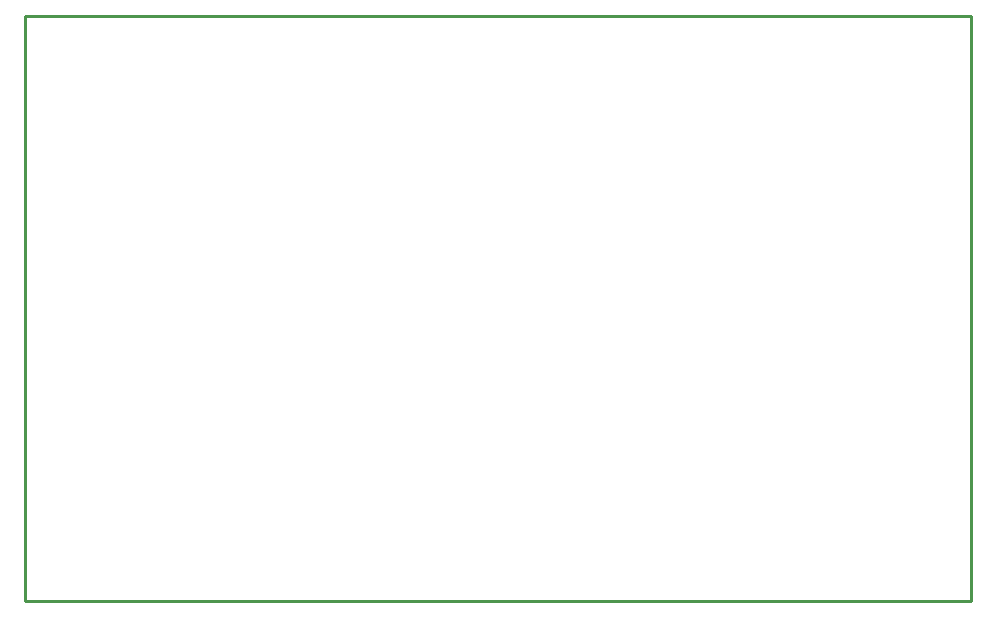
<source format=gbr>
G04 EAGLE Gerber X2 export*
%TF.Part,Single*%
%TF.FileFunction,Profile,NP*%
%TF.FilePolarity,Positive*%
%TF.GenerationSoftware,Autodesk,EAGLE,9.1.1*%
%TF.CreationDate,2018-07-30T19:22:14Z*%
G75*
%MOMM*%
%FSLAX34Y34*%
%LPD*%
%AMOC8*
5,1,8,0,0,1.08239X$1,22.5*%
G01*
%ADD10C,0.254000*%


D10*
X0Y0D02*
X800400Y0D01*
X800400Y495000D01*
X0Y495000D01*
X0Y0D01*
M02*

</source>
